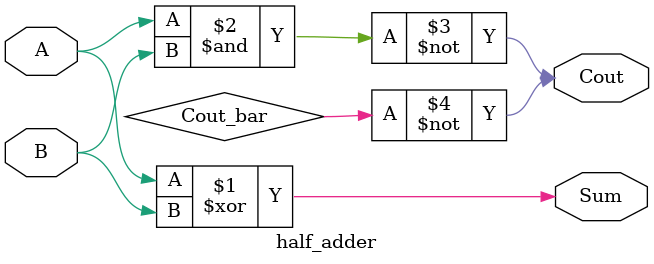
<source format=v>
module half_adder(A, B, Sum, Cout);

input A, B;
output reg Sum, Cout;
wire Cout_bar;

xor U0(Sum, A, B);
nand U1(Cout, A, B);
not U2(Cout,Cout_bar);

endmodule
</source>
